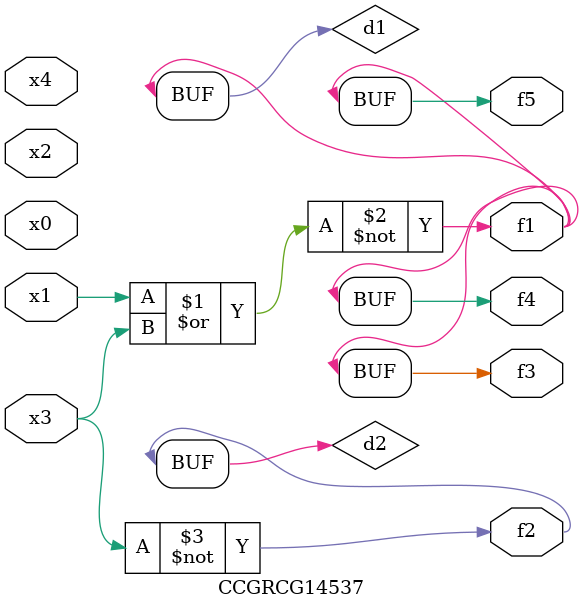
<source format=v>
module CCGRCG14537(
	input x0, x1, x2, x3, x4,
	output f1, f2, f3, f4, f5
);

	wire d1, d2;

	nor (d1, x1, x3);
	not (d2, x3);
	assign f1 = d1;
	assign f2 = d2;
	assign f3 = d1;
	assign f4 = d1;
	assign f5 = d1;
endmodule

</source>
